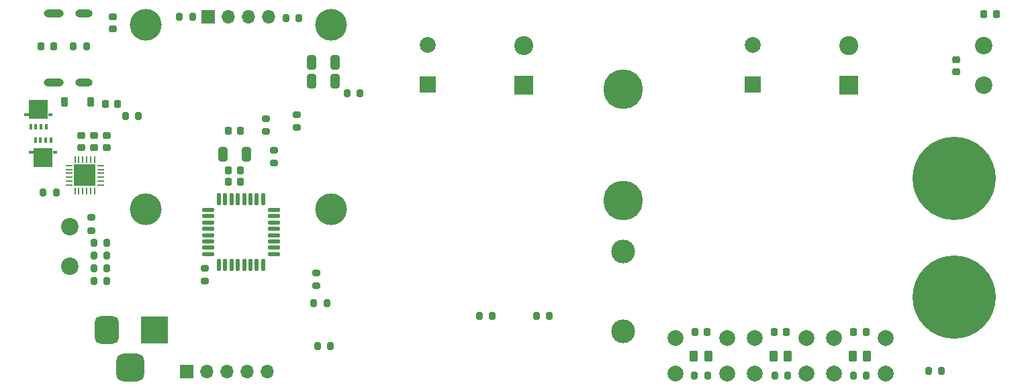
<source format=gbr>
%TF.GenerationSoftware,KiCad,Pcbnew,8.0.0-1.fc39*%
%TF.CreationDate,2024-03-15T22:49:02+01:00*%
%TF.ProjectId,pulsarPCB,70756c73-6172-4504-9342-2e6b69636164,rev?*%
%TF.SameCoordinates,Original*%
%TF.FileFunction,Soldermask,Bot*%
%TF.FilePolarity,Negative*%
%FSLAX46Y46*%
G04 Gerber Fmt 4.6, Leading zero omitted, Abs format (unit mm)*
G04 Created by KiCad (PCBNEW 8.0.0-1.fc39) date 2024-03-15 22:49:02*
%MOMM*%
%LPD*%
G01*
G04 APERTURE LIST*
G04 Aperture macros list*
%AMRoundRect*
0 Rectangle with rounded corners*
0 $1 Rounding radius*
0 $2 $3 $4 $5 $6 $7 $8 $9 X,Y pos of 4 corners*
0 Add a 4 corners polygon primitive as box body*
4,1,4,$2,$3,$4,$5,$6,$7,$8,$9,$2,$3,0*
0 Add four circle primitives for the rounded corners*
1,1,$1+$1,$2,$3*
1,1,$1+$1,$4,$5*
1,1,$1+$1,$6,$7*
1,1,$1+$1,$8,$9*
0 Add four rect primitives between the rounded corners*
20,1,$1+$1,$2,$3,$4,$5,0*
20,1,$1+$1,$4,$5,$6,$7,0*
20,1,$1+$1,$6,$7,$8,$9,0*
20,1,$1+$1,$8,$9,$2,$3,0*%
G04 Aperture macros list end*
%ADD10C,5.000000*%
%ADD11C,3.000000*%
%ADD12RoundRect,0.225000X0.225000X0.375000X-0.225000X0.375000X-0.225000X-0.375000X0.225000X-0.375000X0*%
%ADD13RoundRect,0.225000X-0.225000X-0.250000X0.225000X-0.250000X0.225000X0.250000X-0.225000X0.250000X0*%
%ADD14RoundRect,0.200000X0.275000X-0.200000X0.275000X0.200000X-0.275000X0.200000X-0.275000X-0.200000X0*%
%ADD15RoundRect,0.250000X-0.325000X-0.650000X0.325000X-0.650000X0.325000X0.650000X-0.325000X0.650000X0*%
%ADD16R,0.400000X0.750000*%
%ADD17R,0.530000X0.400000*%
%ADD18R,2.450000X2.400000*%
%ADD19C,2.000000*%
%ADD20R,2.400000X2.400000*%
%ADD21C,2.400000*%
%ADD22RoundRect,0.218750X0.218750X0.256250X-0.218750X0.256250X-0.218750X-0.256250X0.218750X-0.256250X0*%
%ADD23RoundRect,0.225000X0.250000X-0.225000X0.250000X0.225000X-0.250000X0.225000X-0.250000X-0.225000X0*%
%ADD24RoundRect,0.200000X0.200000X0.275000X-0.200000X0.275000X-0.200000X-0.275000X0.200000X-0.275000X0*%
%ADD25C,2.200000*%
%ADD26R,2.000000X2.000000*%
%ADD27RoundRect,0.225000X0.225000X0.250000X-0.225000X0.250000X-0.225000X-0.250000X0.225000X-0.250000X0*%
%ADD28RoundRect,0.250000X0.325000X0.650000X-0.325000X0.650000X-0.325000X-0.650000X0.325000X-0.650000X0*%
%ADD29RoundRect,0.250000X0.262500X0.450000X-0.262500X0.450000X-0.262500X-0.450000X0.262500X-0.450000X0*%
%ADD30R,1.700000X1.700000*%
%ADD31O,1.700000X1.700000*%
%ADD32RoundRect,0.218750X0.256250X-0.218750X0.256250X0.218750X-0.256250X0.218750X-0.256250X-0.218750X0*%
%ADD33RoundRect,0.218750X-0.256250X0.218750X-0.256250X-0.218750X0.256250X-0.218750X0.256250X0.218750X0*%
%ADD34RoundRect,0.200000X-0.200000X-0.275000X0.200000X-0.275000X0.200000X0.275000X-0.200000X0.275000X0*%
%ADD35C,10.500000*%
%ADD36O,2.200000X1.000000*%
%ADD37O,2.500000X1.000000*%
%ADD38C,4.000000*%
%ADD39RoundRect,0.125000X-0.125000X0.625000X-0.125000X-0.625000X0.125000X-0.625000X0.125000X0.625000X0*%
%ADD40RoundRect,0.125000X-0.625000X0.125000X-0.625000X-0.125000X0.625000X-0.125000X0.625000X0.125000X0*%
%ADD41RoundRect,0.062500X0.350000X0.062500X-0.350000X0.062500X-0.350000X-0.062500X0.350000X-0.062500X0*%
%ADD42RoundRect,0.062500X0.062500X0.350000X-0.062500X0.350000X-0.062500X-0.350000X0.062500X-0.350000X0*%
%ADD43R,2.700000X2.700000*%
%ADD44RoundRect,0.200000X-0.275000X0.200000X-0.275000X-0.200000X0.275000X-0.200000X0.275000X0.200000X0*%
%ADD45R,3.500000X3.500000*%
%ADD46RoundRect,0.750000X-0.750000X-1.000000X0.750000X-1.000000X0.750000X1.000000X-0.750000X1.000000X0*%
%ADD47RoundRect,0.875000X-0.875000X-0.875000X0.875000X-0.875000X0.875000X0.875000X-0.875000X0.875000X0*%
G04 APERTURE END LIST*
D10*
%TO.C,L1*%
X217500000Y-43000000D03*
X217500000Y-29000000D03*
D11*
X217500000Y-49500000D03*
X217500000Y-59500000D03*
%TD*%
D12*
%TO.C,D10*%
X150400000Y-30600000D03*
X147100000Y-30600000D03*
%TD*%
D13*
%TO.C,C10*%
X167725000Y-34200000D03*
X169275000Y-34200000D03*
%TD*%
%TO.C,C28*%
X263000000Y-19500000D03*
X264550000Y-19500000D03*
%TD*%
D14*
%TO.C,R51*%
X150425000Y-46825000D03*
X150425000Y-45175000D03*
%TD*%
D15*
%TO.C,C13*%
X167025000Y-37200000D03*
X169975000Y-37200000D03*
%TD*%
D16*
%TO.C,Q5*%
X143400000Y-35400000D03*
X144050000Y-35400000D03*
X144700000Y-35400000D03*
X145350000Y-35400000D03*
D17*
X142875000Y-36925000D03*
D18*
X144375000Y-37625000D03*
D17*
X145875000Y-36925000D03*
X142885000Y-36925000D03*
D18*
X144375000Y-37625000D03*
D17*
X145865000Y-36925000D03*
X142875000Y-36925000D03*
D18*
X144375000Y-37625000D03*
D17*
X145875000Y-36925000D03*
X142875000Y-36925000D03*
D18*
X144375000Y-37625000D03*
D17*
X145875000Y-36925000D03*
%TD*%
D19*
%TO.C,SW2*%
X240600000Y-64900000D03*
X234100000Y-64900000D03*
X240600000Y-60400000D03*
X234100000Y-60400000D03*
%TD*%
D14*
%TO.C,R22*%
X178825000Y-53825000D03*
X178825000Y-52175000D03*
%TD*%
D20*
%TO.C,C1*%
X246000000Y-28500000D03*
D21*
X246000000Y-23500000D03*
%TD*%
D22*
%TO.C,R2*%
X145687500Y-23600000D03*
X144112500Y-23600000D03*
%TD*%
D13*
%TO.C,C11*%
X167725000Y-40700000D03*
X169275000Y-40700000D03*
%TD*%
D23*
%TO.C,C29*%
X152400000Y-36375000D03*
X152400000Y-34825000D03*
%TD*%
D24*
%TO.C,R7*%
X184325000Y-29500000D03*
X182675000Y-29500000D03*
%TD*%
D25*
%TO.C,J6*%
X263000000Y-23500000D03*
X263000000Y-28500000D03*
%TD*%
D24*
%TO.C,R46*%
X152425000Y-51600000D03*
X150775000Y-51600000D03*
%TD*%
D26*
%TO.C,C22*%
X233867677Y-28367677D03*
D19*
X233867677Y-23367677D03*
%TD*%
D16*
%TO.C,Q1*%
X144757500Y-33750000D03*
X144107500Y-33750000D03*
X143457500Y-33750000D03*
X142807500Y-33750000D03*
D17*
X145282500Y-32225000D03*
D18*
X143782500Y-31525000D03*
D17*
X142282500Y-32225000D03*
X145272500Y-32225000D03*
D18*
X143782500Y-31525000D03*
D17*
X142292500Y-32225000D03*
X145282500Y-32225000D03*
D18*
X143782500Y-31525000D03*
D17*
X142282500Y-32225000D03*
X145282500Y-32225000D03*
D18*
X143782500Y-31525000D03*
D17*
X142282500Y-32225000D03*
%TD*%
D27*
%TO.C,C17*%
X238125000Y-59650000D03*
X236575000Y-59650000D03*
%TD*%
D28*
%TO.C,C7*%
X181150000Y-25600000D03*
X178200000Y-25600000D03*
%TD*%
D24*
%TO.C,R47*%
X152425000Y-53200000D03*
X150775000Y-53200000D03*
%TD*%
D29*
%TO.C,R13*%
X228262500Y-62650000D03*
X226437500Y-62650000D03*
%TD*%
D28*
%TO.C,C8*%
X181150000Y-28000000D03*
X178200000Y-28000000D03*
%TD*%
D20*
%TO.C,C2*%
X205000000Y-28500000D03*
D21*
X205000000Y-23500000D03*
%TD*%
D24*
%TO.C,R14*%
X238275000Y-65150000D03*
X236625000Y-65150000D03*
%TD*%
D27*
%TO.C,C16*%
X228125000Y-59650000D03*
X226575000Y-59650000D03*
%TD*%
D13*
%TO.C,C31*%
X152200000Y-30800000D03*
X153750000Y-30800000D03*
%TD*%
D23*
%TO.C,C33*%
X150800000Y-36375000D03*
X150800000Y-34825000D03*
%TD*%
D30*
%TO.C,J1*%
X162440000Y-64600000D03*
D31*
X164980000Y-64600000D03*
X167520000Y-64600000D03*
X170060000Y-64600000D03*
X172600000Y-64600000D03*
%TD*%
D19*
%TO.C,SW3*%
X250600000Y-64900000D03*
X244100000Y-64900000D03*
X250600000Y-60400000D03*
X244100000Y-60400000D03*
%TD*%
D26*
%TO.C,C25*%
X192867677Y-28367677D03*
D19*
X192867677Y-23367677D03*
%TD*%
D23*
%TO.C,C32*%
X149200000Y-36375000D03*
X149200000Y-34825000D03*
%TD*%
D19*
%TO.C,SW1*%
X230600000Y-64900000D03*
X224100000Y-64900000D03*
X230600000Y-60400000D03*
X224100000Y-60400000D03*
%TD*%
D32*
%TO.C,D9*%
X153207500Y-21367500D03*
X153207500Y-19792500D03*
%TD*%
D33*
%TO.C,D1*%
X259520000Y-25232500D03*
X259520000Y-26807500D03*
%TD*%
D34*
%TO.C,R45*%
X150775000Y-48400000D03*
X152425000Y-48400000D03*
%TD*%
D35*
%TO.C,J5*%
X259212500Y-40250000D03*
X259212500Y-55250000D03*
%TD*%
D25*
%TO.C,J4*%
X147712500Y-51300000D03*
X147712500Y-46300000D03*
%TD*%
D24*
%TO.C,R18*%
X257650000Y-64500000D03*
X256000000Y-64500000D03*
%TD*%
D34*
%TO.C,R21*%
X178500000Y-56000000D03*
X180150000Y-56000000D03*
%TD*%
D24*
%TO.C,R12*%
X228175000Y-65150000D03*
X226525000Y-65150000D03*
%TD*%
D34*
%TO.C,R10*%
X154775000Y-32400000D03*
X156425000Y-32400000D03*
%TD*%
D13*
%TO.C,C12*%
X167725000Y-39200000D03*
X169275000Y-39200000D03*
%TD*%
D36*
%TO.C,J7*%
X149550000Y-19450000D03*
D37*
X145725000Y-19450000D03*
D36*
X149550000Y-28090000D03*
D37*
X145725000Y-28090000D03*
%TD*%
D38*
%TO.C,DI1*%
X157350000Y-20850000D03*
X157350000Y-44150000D03*
X180650000Y-20850000D03*
X180650000Y-44150000D03*
D30*
X165190000Y-19800000D03*
D31*
X167730000Y-19800000D03*
X170270000Y-19800000D03*
X172810000Y-19800000D03*
%TD*%
D39*
%TO.C,U1*%
X166525000Y-42825000D03*
X167325000Y-42825000D03*
X168125000Y-42825000D03*
X168925000Y-42825000D03*
X169725000Y-42825000D03*
X170525000Y-42825000D03*
X171325000Y-42825000D03*
X172125000Y-42825000D03*
D40*
X173500000Y-44200000D03*
X173500000Y-45000000D03*
X173500000Y-45800000D03*
X173500000Y-46600000D03*
X173500000Y-47400000D03*
X173500000Y-48200000D03*
X173500000Y-49000000D03*
X173500000Y-49800000D03*
D39*
X172125000Y-51175000D03*
X171325000Y-51175000D03*
X170525000Y-51175000D03*
X169725000Y-51175000D03*
X168925000Y-51175000D03*
X168125000Y-51175000D03*
X167325000Y-51175000D03*
X166525000Y-51175000D03*
D40*
X165150000Y-49800000D03*
X165150000Y-49000000D03*
X165150000Y-48200000D03*
X165150000Y-47400000D03*
X165150000Y-46600000D03*
X165150000Y-45800000D03*
X165150000Y-45000000D03*
X165150000Y-44200000D03*
%TD*%
D24*
%TO.C,R16*%
X248175000Y-65150000D03*
X246525000Y-65150000D03*
%TD*%
D27*
%TO.C,C18*%
X248125000Y-59650000D03*
X246575000Y-59650000D03*
%TD*%
D41*
%TO.C,U6*%
X151600000Y-38600000D03*
X151600000Y-39100000D03*
X151600000Y-39600000D03*
X151600000Y-40100000D03*
X151600000Y-40600000D03*
X151600000Y-41100000D03*
D42*
X150887500Y-41812500D03*
X150387500Y-41812500D03*
X149887500Y-41812500D03*
X149387500Y-41812500D03*
X148887500Y-41812500D03*
X148387500Y-41812500D03*
D41*
X147675000Y-41100000D03*
X147675000Y-40600000D03*
X147675000Y-40100000D03*
X147675000Y-39600000D03*
X147675000Y-39100000D03*
X147675000Y-38600000D03*
D42*
X148387500Y-37887500D03*
X148887500Y-37887500D03*
X149387500Y-37887500D03*
X149887500Y-37887500D03*
X150387500Y-37887500D03*
X150887500Y-37887500D03*
D43*
X149637500Y-39850000D03*
%TD*%
D24*
%TO.C,R30*%
X176625000Y-20000000D03*
X174975000Y-20000000D03*
%TD*%
%TO.C,R36*%
X180625000Y-61400000D03*
X178975000Y-61400000D03*
%TD*%
D34*
%TO.C,R29*%
X199375000Y-57600000D03*
X201025000Y-57600000D03*
%TD*%
%TO.C,R31*%
X161575000Y-19800000D03*
X163225000Y-19800000D03*
%TD*%
D44*
%TO.C,R37*%
X173500000Y-36675000D03*
X173500000Y-38325000D03*
%TD*%
D34*
%TO.C,R50*%
X144375000Y-42000000D03*
X146025000Y-42000000D03*
%TD*%
D29*
%TO.C,R17*%
X248262500Y-62650000D03*
X246437500Y-62650000D03*
%TD*%
D44*
%TO.C,R38*%
X172500000Y-32675000D03*
X172500000Y-34325000D03*
%TD*%
%TO.C,R32*%
X164800000Y-51575000D03*
X164800000Y-53225000D03*
%TD*%
D34*
%TO.C,R44*%
X150775000Y-50000000D03*
X152425000Y-50000000D03*
%TD*%
%TO.C,R35*%
X206575000Y-57600000D03*
X208225000Y-57600000D03*
%TD*%
D29*
%TO.C,R15*%
X238262500Y-62650000D03*
X236437500Y-62650000D03*
%TD*%
D45*
%TO.C,J3*%
X158400000Y-59400000D03*
D46*
X152400000Y-59400000D03*
D47*
X155400000Y-64100000D03*
%TD*%
D14*
%TO.C,R25*%
X176325000Y-33825000D03*
X176325000Y-32175000D03*
%TD*%
D24*
%TO.C,R39*%
X149825000Y-23600000D03*
X148175000Y-23600000D03*
%TD*%
M02*

</source>
